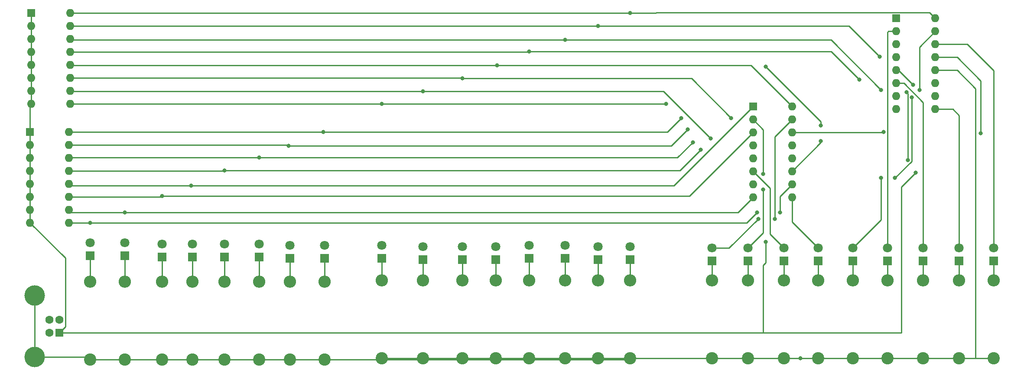
<source format=gbr>
%TF.GenerationSoftware,KiCad,Pcbnew,(5.1.9)-1*%
%TF.CreationDate,2021-06-05T08:41:13+03:00*%
%TF.ProjectId,AdderBreakoutV2,41646465-7242-4726-9561-6b6f75745632,rev?*%
%TF.SameCoordinates,Original*%
%TF.FileFunction,Copper,L1,Top*%
%TF.FilePolarity,Positive*%
%FSLAX46Y46*%
G04 Gerber Fmt 4.6, Leading zero omitted, Abs format (unit mm)*
G04 Created by KiCad (PCBNEW (5.1.9)-1) date 2021-06-05 08:41:13*
%MOMM*%
%LPD*%
G01*
G04 APERTURE LIST*
%TA.AperFunction,ComponentPad*%
%ADD10R,1.800000X1.800000*%
%TD*%
%TA.AperFunction,ComponentPad*%
%ADD11C,1.800000*%
%TD*%
%TA.AperFunction,ComponentPad*%
%ADD12R,1.600000X1.600000*%
%TD*%
%TA.AperFunction,ComponentPad*%
%ADD13C,1.600000*%
%TD*%
%TA.AperFunction,ComponentPad*%
%ADD14C,4.000000*%
%TD*%
%TA.AperFunction,ComponentPad*%
%ADD15C,2.400000*%
%TD*%
%TA.AperFunction,ComponentPad*%
%ADD16O,2.400000X2.400000*%
%TD*%
%TA.AperFunction,ComponentPad*%
%ADD17O,1.600000X1.600000*%
%TD*%
%TA.AperFunction,ViaPad*%
%ADD18C,0.800000*%
%TD*%
%TA.AperFunction,Conductor*%
%ADD19C,0.250000*%
%TD*%
G04 APERTURE END LIST*
D10*
%TO.P,D1,1*%
%TO.N,Net-(D1-Pad1)*%
X54250000Y-168250000D03*
D11*
%TO.P,D1,2*%
%TO.N,A1*%
X54250000Y-165710000D03*
%TD*%
D10*
%TO.P,D2,1*%
%TO.N,Net-(D2-Pad1)*%
X61000000Y-168250000D03*
D11*
%TO.P,D2,2*%
%TO.N,A2*%
X61000000Y-165710000D03*
%TD*%
D10*
%TO.P,D3,1*%
%TO.N,Net-(D3-Pad1)*%
X68250000Y-168500000D03*
D11*
%TO.P,D3,2*%
%TO.N,A3*%
X68250000Y-165960000D03*
%TD*%
D10*
%TO.P,D4,1*%
%TO.N,Net-(D4-Pad1)*%
X74250000Y-168500000D03*
D11*
%TO.P,D4,2*%
%TO.N,A4*%
X74250000Y-165960000D03*
%TD*%
D10*
%TO.P,D5,1*%
%TO.N,Net-(D5-Pad1)*%
X80500000Y-168500000D03*
D11*
%TO.P,D5,2*%
%TO.N,A5*%
X80500000Y-165960000D03*
%TD*%
D10*
%TO.P,D6,1*%
%TO.N,Net-(D6-Pad1)*%
X87250000Y-168500000D03*
D11*
%TO.P,D6,2*%
%TO.N,A6*%
X87250000Y-165960000D03*
%TD*%
D10*
%TO.P,D7,1*%
%TO.N,Net-(D7-Pad1)*%
X93250000Y-168750000D03*
D11*
%TO.P,D7,2*%
%TO.N,A7*%
X93250000Y-166210000D03*
%TD*%
D10*
%TO.P,D8,1*%
%TO.N,Net-(D8-Pad1)*%
X100000000Y-168750000D03*
D11*
%TO.P,D8,2*%
%TO.N,A8*%
X100000000Y-166210000D03*
%TD*%
D10*
%TO.P,D11,1*%
%TO.N,Net-(D11-Pad1)*%
X111250000Y-168750000D03*
D11*
%TO.P,D11,2*%
%TO.N,B1*%
X111250000Y-166210000D03*
%TD*%
D10*
%TO.P,D12,1*%
%TO.N,Net-(D12-Pad1)*%
X119250000Y-169000000D03*
D11*
%TO.P,D12,2*%
%TO.N,B2*%
X119250000Y-166460000D03*
%TD*%
%TO.P,D13,2*%
%TO.N,B3*%
X127000000Y-166460000D03*
D10*
%TO.P,D13,1*%
%TO.N,Net-(D13-Pad1)*%
X127000000Y-169000000D03*
%TD*%
D11*
%TO.P,D14,2*%
%TO.N,B4*%
X133500000Y-166460000D03*
D10*
%TO.P,D14,1*%
%TO.N,Net-(D14-Pad1)*%
X133500000Y-169000000D03*
%TD*%
D11*
%TO.P,D15,2*%
%TO.N,B5*%
X140000000Y-166210000D03*
D10*
%TO.P,D15,1*%
%TO.N,Net-(D15-Pad1)*%
X140000000Y-168750000D03*
%TD*%
%TO.P,D16,1*%
%TO.N,Net-(D16-Pad1)*%
X147000000Y-168750000D03*
D11*
%TO.P,D16,2*%
%TO.N,B6*%
X147000000Y-166210000D03*
%TD*%
D10*
%TO.P,D17,1*%
%TO.N,Net-(D17-Pad1)*%
X153500000Y-169000000D03*
D11*
%TO.P,D17,2*%
%TO.N,B7*%
X153500000Y-166460000D03*
%TD*%
D10*
%TO.P,D18,1*%
%TO.N,Net-(D18-Pad1)*%
X159750000Y-169000000D03*
D11*
%TO.P,D18,2*%
%TO.N,B8*%
X159750000Y-166460000D03*
%TD*%
D10*
%TO.P,D21,1*%
%TO.N,Net-(D21-Pad1)*%
X175750000Y-169250000D03*
D11*
%TO.P,D21,2*%
%TO.N,C1*%
X175750000Y-166710000D03*
%TD*%
D10*
%TO.P,D22,1*%
%TO.N,Net-(D22-Pad1)*%
X182750000Y-169250000D03*
D11*
%TO.P,D22,2*%
%TO.N,C2*%
X182750000Y-166710000D03*
%TD*%
D10*
%TO.P,D23,1*%
%TO.N,Net-(D23-Pad1)*%
X189750000Y-169250000D03*
D11*
%TO.P,D23,2*%
%TO.N,C3*%
X189750000Y-166710000D03*
%TD*%
D10*
%TO.P,D24,1*%
%TO.N,Net-(D24-Pad1)*%
X196500000Y-169250000D03*
D11*
%TO.P,D24,2*%
%TO.N,C4*%
X196500000Y-166710000D03*
%TD*%
D10*
%TO.P,D25,1*%
%TO.N,Net-(D25-Pad1)*%
X203250000Y-169250000D03*
D11*
%TO.P,D25,2*%
%TO.N,C5*%
X203250000Y-166710000D03*
%TD*%
D10*
%TO.P,D26,1*%
%TO.N,Net-(D26-Pad1)*%
X210000000Y-169250000D03*
D11*
%TO.P,D26,2*%
%TO.N,C6*%
X210000000Y-166710000D03*
%TD*%
D10*
%TO.P,D27,1*%
%TO.N,Net-(D27-Pad1)*%
X217000000Y-169250000D03*
D11*
%TO.P,D27,2*%
%TO.N,C7*%
X217000000Y-166710000D03*
%TD*%
D10*
%TO.P,D28,1*%
%TO.N,Net-(D28-Pad1)*%
X224000000Y-169250000D03*
D11*
%TO.P,D28,2*%
%TO.N,C8*%
X224000000Y-166710000D03*
%TD*%
%TO.P,D29,2*%
%TO.N,C9*%
X230750000Y-166710000D03*
D10*
%TO.P,D29,1*%
%TO.N,Net-(D29-Pad1)*%
X230750000Y-169250000D03*
%TD*%
D12*
%TO.P,J1,1*%
%TO.N,+5V*%
X48250000Y-183250000D03*
D13*
%TO.P,J1,2*%
%TO.N,N/C*%
X48250000Y-180750000D03*
%TO.P,J1,3*%
X46250000Y-180750000D03*
%TO.P,J1,4*%
X46250000Y-183250000D03*
D14*
%TO.P,J1,5*%
%TO.N,GND*%
X43390000Y-176000000D03*
X43390000Y-188000000D03*
%TD*%
D15*
%TO.P,R1,1*%
%TO.N,GND*%
X54250000Y-188500000D03*
D16*
%TO.P,R1,2*%
%TO.N,Net-(D1-Pad1)*%
X54250000Y-173260000D03*
%TD*%
D15*
%TO.P,R2,1*%
%TO.N,GND*%
X61000000Y-188500000D03*
D16*
%TO.P,R2,2*%
%TO.N,Net-(D2-Pad1)*%
X61000000Y-173260000D03*
%TD*%
%TO.P,R3,2*%
%TO.N,Net-(D3-Pad1)*%
X68250000Y-173260000D03*
D15*
%TO.P,R3,1*%
%TO.N,GND*%
X68250000Y-188500000D03*
%TD*%
D16*
%TO.P,R4,2*%
%TO.N,Net-(D4-Pad1)*%
X74250000Y-173260000D03*
D15*
%TO.P,R4,1*%
%TO.N,GND*%
X74250000Y-188500000D03*
%TD*%
D16*
%TO.P,R5,2*%
%TO.N,Net-(D5-Pad1)*%
X80500000Y-173260000D03*
D15*
%TO.P,R5,1*%
%TO.N,GND*%
X80500000Y-188500000D03*
%TD*%
D16*
%TO.P,R6,2*%
%TO.N,Net-(D6-Pad1)*%
X87250000Y-173260000D03*
D15*
%TO.P,R6,1*%
%TO.N,GND*%
X87250000Y-188500000D03*
%TD*%
%TO.P,R7,1*%
%TO.N,GND*%
X93250000Y-188500000D03*
D16*
%TO.P,R7,2*%
%TO.N,Net-(D7-Pad1)*%
X93250000Y-173260000D03*
%TD*%
D15*
%TO.P,R8,1*%
%TO.N,GND*%
X100000000Y-188500000D03*
D16*
%TO.P,R8,2*%
%TO.N,Net-(D8-Pad1)*%
X100000000Y-173260000D03*
%TD*%
%TO.P,R11,2*%
%TO.N,Net-(D11-Pad1)*%
X111250000Y-173010000D03*
D15*
%TO.P,R11,1*%
%TO.N,GND*%
X111250000Y-188250000D03*
%TD*%
D16*
%TO.P,R12,2*%
%TO.N,Net-(D12-Pad1)*%
X119250000Y-173010000D03*
D15*
%TO.P,R12,1*%
%TO.N,GND*%
X119250000Y-188250000D03*
%TD*%
%TO.P,R13,1*%
%TO.N,GND*%
X127000000Y-188250000D03*
D16*
%TO.P,R13,2*%
%TO.N,Net-(D13-Pad1)*%
X127000000Y-173010000D03*
%TD*%
D15*
%TO.P,R14,1*%
%TO.N,GND*%
X133500000Y-188250000D03*
D16*
%TO.P,R14,2*%
%TO.N,Net-(D14-Pad1)*%
X133500000Y-173010000D03*
%TD*%
D15*
%TO.P,R15,1*%
%TO.N,GND*%
X140000000Y-188250000D03*
D16*
%TO.P,R15,2*%
%TO.N,Net-(D15-Pad1)*%
X140000000Y-173010000D03*
%TD*%
%TO.P,R16,2*%
%TO.N,Net-(D16-Pad1)*%
X147000000Y-173010000D03*
D15*
%TO.P,R16,1*%
%TO.N,GND*%
X147000000Y-188250000D03*
%TD*%
D16*
%TO.P,R17,2*%
%TO.N,Net-(D17-Pad1)*%
X153500000Y-173010000D03*
D15*
%TO.P,R17,1*%
%TO.N,GND*%
X153500000Y-188250000D03*
%TD*%
D16*
%TO.P,R18,2*%
%TO.N,Net-(D18-Pad1)*%
X159750000Y-173010000D03*
D15*
%TO.P,R18,1*%
%TO.N,GND*%
X159750000Y-188250000D03*
%TD*%
D16*
%TO.P,R21,2*%
%TO.N,Net-(D21-Pad1)*%
X175750000Y-173010000D03*
D15*
%TO.P,R21,1*%
%TO.N,GND*%
X175750000Y-188250000D03*
%TD*%
%TO.P,R22,1*%
%TO.N,GND*%
X182750000Y-188250000D03*
D16*
%TO.P,R22,2*%
%TO.N,Net-(D22-Pad1)*%
X182750000Y-173010000D03*
%TD*%
%TO.P,R23,2*%
%TO.N,Net-(D23-Pad1)*%
X189750000Y-173010000D03*
D15*
%TO.P,R23,1*%
%TO.N,GND*%
X189750000Y-188250000D03*
%TD*%
D16*
%TO.P,R24,2*%
%TO.N,Net-(D24-Pad1)*%
X196500000Y-173010000D03*
D15*
%TO.P,R24,1*%
%TO.N,GND*%
X196500000Y-188250000D03*
%TD*%
%TO.P,R25,1*%
%TO.N,GND*%
X203250000Y-188250000D03*
D16*
%TO.P,R25,2*%
%TO.N,Net-(D25-Pad1)*%
X203250000Y-173010000D03*
%TD*%
D15*
%TO.P,R26,1*%
%TO.N,GND*%
X210000000Y-188250000D03*
D16*
%TO.P,R26,2*%
%TO.N,Net-(D26-Pad1)*%
X210000000Y-173010000D03*
%TD*%
D15*
%TO.P,R27,1*%
%TO.N,GND*%
X217000000Y-188250000D03*
D16*
%TO.P,R27,2*%
%TO.N,Net-(D27-Pad1)*%
X217000000Y-173010000D03*
%TD*%
D15*
%TO.P,R28,1*%
%TO.N,GND*%
X224000000Y-188250000D03*
D16*
%TO.P,R28,2*%
%TO.N,Net-(D28-Pad1)*%
X224000000Y-173010000D03*
%TD*%
D15*
%TO.P,R29,1*%
%TO.N,GND*%
X230750000Y-188250000D03*
D16*
%TO.P,R29,2*%
%TO.N,Net-(D29-Pad1)*%
X230750000Y-173010000D03*
%TD*%
D12*
%TO.P,SW1,1*%
%TO.N,+5V*%
X42500000Y-144000000D03*
D17*
%TO.P,SW1,9*%
%TO.N,A1*%
X50120000Y-161780000D03*
%TO.P,SW1,2*%
%TO.N,+5V*%
X42500000Y-146540000D03*
%TO.P,SW1,10*%
%TO.N,A2*%
X50120000Y-159240000D03*
%TO.P,SW1,3*%
%TO.N,+5V*%
X42500000Y-149080000D03*
%TO.P,SW1,11*%
%TO.N,A3*%
X50120000Y-156700000D03*
%TO.P,SW1,4*%
%TO.N,+5V*%
X42500000Y-151620000D03*
%TO.P,SW1,12*%
%TO.N,A4*%
X50120000Y-154160000D03*
%TO.P,SW1,5*%
%TO.N,+5V*%
X42500000Y-154160000D03*
%TO.P,SW1,13*%
%TO.N,A5*%
X50120000Y-151620000D03*
%TO.P,SW1,6*%
%TO.N,+5V*%
X42500000Y-156700000D03*
%TO.P,SW1,14*%
%TO.N,A6*%
X50120000Y-149080000D03*
%TO.P,SW1,7*%
%TO.N,+5V*%
X42500000Y-159240000D03*
%TO.P,SW1,15*%
%TO.N,A7*%
X50120000Y-146540000D03*
%TO.P,SW1,8*%
%TO.N,+5V*%
X42500000Y-161780000D03*
%TO.P,SW1,16*%
%TO.N,A8*%
X50120000Y-144000000D03*
%TD*%
%TO.P,SW2,16*%
%TO.N,B8*%
X50370000Y-120750000D03*
%TO.P,SW2,8*%
%TO.N,+5V*%
X42750000Y-138530000D03*
%TO.P,SW2,15*%
%TO.N,B7*%
X50370000Y-123290000D03*
%TO.P,SW2,7*%
%TO.N,+5V*%
X42750000Y-135990000D03*
%TO.P,SW2,14*%
%TO.N,B6*%
X50370000Y-125830000D03*
%TO.P,SW2,6*%
%TO.N,+5V*%
X42750000Y-133450000D03*
%TO.P,SW2,13*%
%TO.N,B5*%
X50370000Y-128370000D03*
%TO.P,SW2,5*%
%TO.N,+5V*%
X42750000Y-130910000D03*
%TO.P,SW2,12*%
%TO.N,B4*%
X50370000Y-130910000D03*
%TO.P,SW2,4*%
%TO.N,+5V*%
X42750000Y-128370000D03*
%TO.P,SW2,11*%
%TO.N,B3*%
X50370000Y-133450000D03*
%TO.P,SW2,3*%
%TO.N,+5V*%
X42750000Y-125830000D03*
%TO.P,SW2,10*%
%TO.N,B2*%
X50370000Y-135990000D03*
%TO.P,SW2,2*%
%TO.N,+5V*%
X42750000Y-123290000D03*
%TO.P,SW2,9*%
%TO.N,B1*%
X50370000Y-138530000D03*
D12*
%TO.P,SW2,1*%
%TO.N,+5V*%
X42750000Y-120750000D03*
%TD*%
D17*
%TO.P,U1,16*%
%TO.N,B4*%
X191370000Y-139000000D03*
%TO.P,U1,8*%
%TO.N,A2*%
X183750000Y-156780000D03*
%TO.P,U1,15*%
%TO.N,C1*%
X191370000Y-141540000D03*
%TO.P,U1,7*%
%TO.N,B2*%
X183750000Y-154240000D03*
%TO.P,U1,14*%
%TO.N,Carry*%
X191370000Y-144080000D03*
%TO.P,U1,6*%
%TO.N,C3*%
X183750000Y-151700000D03*
%TO.P,U1,13*%
%TO.N,GND*%
X191370000Y-146620000D03*
%TO.P,U1,5*%
%TO.N,+5V*%
X183750000Y-149160000D03*
%TO.P,U1,12*%
%TO.N,GND*%
X191370000Y-149160000D03*
%TO.P,U1,4*%
%TO.N,B3*%
X183750000Y-146620000D03*
%TO.P,U1,11*%
%TO.N,B1*%
X191370000Y-151700000D03*
%TO.P,U1,3*%
%TO.N,A3*%
X183750000Y-144080000D03*
%TO.P,U1,10*%
%TO.N,A1*%
X191370000Y-154240000D03*
%TO.P,U1,2*%
%TO.N,C2*%
X183750000Y-141540000D03*
%TO.P,U1,9*%
%TO.N,C4*%
X191370000Y-156780000D03*
D12*
%TO.P,U1,1*%
%TO.N,A4*%
X183750000Y-139000000D03*
%TD*%
%TO.P,U2,1*%
%TO.N,A8*%
X211750000Y-121750000D03*
D17*
%TO.P,U2,9*%
%TO.N,C8*%
X219370000Y-139530000D03*
%TO.P,U2,2*%
%TO.N,C6*%
X211750000Y-124290000D03*
%TO.P,U2,10*%
%TO.N,A5*%
X219370000Y-136990000D03*
%TO.P,U2,3*%
%TO.N,A7*%
X211750000Y-126830000D03*
%TO.P,U2,11*%
%TO.N,B5*%
X219370000Y-134450000D03*
%TO.P,U2,4*%
%TO.N,B7*%
X211750000Y-129370000D03*
%TO.P,U2,12*%
%TO.N,GND*%
X219370000Y-131910000D03*
%TO.P,U2,5*%
%TO.N,+5V*%
X211750000Y-131910000D03*
%TO.P,U2,13*%
%TO.N,Carry*%
X219370000Y-129370000D03*
%TO.P,U2,6*%
%TO.N,C7*%
X211750000Y-134450000D03*
%TO.P,U2,14*%
%TO.N,C9*%
X219370000Y-126830000D03*
%TO.P,U2,7*%
%TO.N,B6*%
X211750000Y-136990000D03*
%TO.P,U2,15*%
%TO.N,C5*%
X219370000Y-124290000D03*
%TO.P,U2,8*%
%TO.N,A6*%
X211750000Y-139530000D03*
%TO.P,U2,16*%
%TO.N,B8*%
X219370000Y-121750000D03*
%TD*%
D18*
%TO.N,A1*%
X54250000Y-161750000D03*
X184500000Y-159750000D03*
X189000000Y-159750000D03*
%TO.N,A2*%
X61000000Y-159750000D03*
%TO.N,A3*%
X68250000Y-156500000D03*
%TO.N,A4*%
X74000000Y-154500000D03*
%TO.N,A5*%
X80500000Y-151500000D03*
X173500000Y-147500000D03*
%TO.N,A6*%
X87250000Y-149000000D03*
X172000000Y-146000000D03*
%TO.N,A7*%
X93000000Y-146750000D03*
X171000000Y-143500000D03*
%TO.N,A8*%
X99750000Y-144000000D03*
X169750000Y-141250000D03*
%TO.N,B1*%
X111250000Y-138500000D03*
X197000000Y-145750000D03*
X197000000Y-142750000D03*
X186250000Y-131250000D03*
X166750000Y-138500000D03*
%TO.N,B2*%
X119250000Y-136000000D03*
X175500000Y-145250000D03*
%TO.N,B3*%
X127000000Y-133500000D03*
X179500000Y-141250000D03*
%TO.N,B4*%
X133750000Y-131000000D03*
%TO.N,B5*%
X140000000Y-128250000D03*
X204500000Y-133750000D03*
%TO.N,B6*%
X147000000Y-126000000D03*
X208750000Y-135750000D03*
%TO.N,B7*%
X153500000Y-123250000D03*
X208500000Y-129250000D03*
%TO.N,B8*%
X159750000Y-120750000D03*
%TO.N,C1*%
X184750000Y-161000000D03*
X188000000Y-161000000D03*
%TO.N,C2*%
X185750000Y-155250000D03*
X185750000Y-152250000D03*
%TO.N,C5*%
X216250000Y-135750000D03*
X214750000Y-137250000D03*
X211500000Y-153000000D03*
X208750000Y-153000000D03*
%TO.N,+5V*%
X186250000Y-165500000D03*
X215500000Y-152000000D03*
X213987347Y-149487347D03*
X213750000Y-136250000D03*
X215000000Y-134750000D03*
%TO.N,GND*%
X193000000Y-188250000D03*
%TO.N,Carry*%
X209250000Y-144000000D03*
X228250000Y-144250000D03*
%TD*%
D19*
%TO.N,A1*%
X54220000Y-161780000D02*
X54250000Y-161750000D01*
X50120000Y-161780000D02*
X54220000Y-161780000D01*
X54250000Y-161750000D02*
X164500000Y-161750000D01*
X182500000Y-161750000D02*
X184500000Y-159750000D01*
X164500000Y-161750000D02*
X182500000Y-161750000D01*
X189000000Y-156610000D02*
X191370000Y-154240000D01*
X189000000Y-159750000D02*
X189000000Y-156610000D01*
%TO.N,Net-(D1-Pad1)*%
X54250000Y-173260000D02*
X54250000Y-168250000D01*
%TO.N,A2*%
X50630000Y-159750000D02*
X50120000Y-159240000D01*
X61000000Y-159750000D02*
X50630000Y-159750000D01*
X180780000Y-159750000D02*
X183750000Y-156780000D01*
X61000000Y-159750000D02*
X180780000Y-159750000D01*
%TO.N,Net-(D2-Pad1)*%
X61000000Y-173260000D02*
X61000000Y-168250000D01*
%TO.N,A3*%
X68050000Y-156700000D02*
X68250000Y-156500000D01*
X50120000Y-156700000D02*
X68050000Y-156700000D01*
X68250000Y-156500000D02*
X165000000Y-156500000D01*
X165000000Y-156500000D02*
X165250000Y-156500000D01*
X171330000Y-156500000D02*
X183750000Y-144080000D01*
X165000000Y-156500000D02*
X171330000Y-156500000D01*
%TO.N,Net-(D3-Pad1)*%
X68250000Y-173260000D02*
X68250000Y-168500000D01*
%TO.N,A4*%
X50460000Y-154500000D02*
X50120000Y-154160000D01*
X74000000Y-154500000D02*
X50460000Y-154500000D01*
X168250000Y-154500000D02*
X183750000Y-139000000D01*
X74000000Y-154500000D02*
X168250000Y-154500000D01*
%TO.N,Net-(D4-Pad1)*%
X74250000Y-173260000D02*
X74250000Y-168500000D01*
%TO.N,A5*%
X80380000Y-151620000D02*
X80500000Y-151500000D01*
X50120000Y-151620000D02*
X80380000Y-151620000D01*
X80500000Y-151500000D02*
X164750000Y-151500000D01*
X169500000Y-151500000D02*
X173500000Y-147500000D01*
X164750000Y-151500000D02*
X169500000Y-151500000D01*
%TO.N,Net-(D5-Pad1)*%
X80500000Y-173260000D02*
X80500000Y-168500000D01*
%TO.N,A6*%
X50200000Y-149000000D02*
X50120000Y-149080000D01*
X87250000Y-149000000D02*
X50200000Y-149000000D01*
X87250000Y-149000000D02*
X164500000Y-149000000D01*
X169000000Y-149000000D02*
X164500000Y-149000000D01*
X172000000Y-146000000D02*
X169000000Y-149000000D01*
%TO.N,Net-(D6-Pad1)*%
X87250000Y-173260000D02*
X87250000Y-168500000D01*
%TO.N,A7*%
X50120000Y-146540000D02*
X92960000Y-146540000D01*
X93000000Y-146580000D02*
X93000000Y-146750000D01*
X92960000Y-146540000D02*
X93000000Y-146580000D01*
X93000000Y-146750000D02*
X164500000Y-146750000D01*
X167750000Y-146750000D02*
X171000000Y-143500000D01*
X164500000Y-146750000D02*
X167750000Y-146750000D01*
%TO.N,Net-(D7-Pad1)*%
X93250000Y-173260000D02*
X93250000Y-168750000D01*
%TO.N,A8*%
X99750000Y-144000000D02*
X50120000Y-144000000D01*
X99750000Y-144000000D02*
X164250000Y-144000000D01*
X167000000Y-144000000D02*
X169750000Y-141250000D01*
X164250000Y-144000000D02*
X167000000Y-144000000D01*
%TO.N,Net-(D8-Pad1)*%
X100000000Y-173260000D02*
X100000000Y-168750000D01*
%TO.N,Net-(D11-Pad1)*%
X111250000Y-173010000D02*
X111250000Y-168750000D01*
%TO.N,B1*%
X111220000Y-138530000D02*
X111250000Y-138500000D01*
X50370000Y-138530000D02*
X111220000Y-138530000D01*
X197000000Y-146070000D02*
X197000000Y-145750000D01*
X191370000Y-151700000D02*
X197000000Y-146070000D01*
X197000000Y-142000000D02*
X186250000Y-131250000D01*
X197000000Y-142750000D02*
X197000000Y-142000000D01*
X166750000Y-138500000D02*
X164750000Y-138500000D01*
X164750000Y-138500000D02*
X164000000Y-138500000D01*
X164000000Y-138500000D02*
X164500000Y-138500000D01*
X111250000Y-138500000D02*
X164000000Y-138500000D01*
%TO.N,Net-(D12-Pad1)*%
X119250000Y-173010000D02*
X119250000Y-169000000D01*
%TO.N,B2*%
X50380000Y-136000000D02*
X50370000Y-135990000D01*
X119250000Y-136000000D02*
X50380000Y-136000000D01*
X119250000Y-136000000D02*
X164500000Y-136000000D01*
X166250000Y-136000000D02*
X175500000Y-145250000D01*
X164500000Y-136000000D02*
X166250000Y-136000000D01*
%TO.N,B3*%
X126950000Y-133450000D02*
X127000000Y-133500000D01*
X50370000Y-133450000D02*
X126950000Y-133450000D01*
X127000000Y-133500000D02*
X164500000Y-133500000D01*
X171750000Y-133500000D02*
X179500000Y-141250000D01*
X164500000Y-133500000D02*
X171750000Y-133500000D01*
%TO.N,Net-(D13-Pad1)*%
X127000000Y-173010000D02*
X127000000Y-169000000D01*
%TO.N,B4*%
X50460000Y-131000000D02*
X50370000Y-130910000D01*
X133750000Y-131000000D02*
X50460000Y-131000000D01*
X183370000Y-131000000D02*
X164500000Y-131000000D01*
X191370000Y-139000000D02*
X183370000Y-131000000D01*
X164500000Y-131000000D02*
X164750000Y-131000000D01*
X133750000Y-131000000D02*
X164500000Y-131000000D01*
%TO.N,Net-(D14-Pad1)*%
X133500000Y-173010000D02*
X133500000Y-169000000D01*
%TO.N,B5*%
X139880000Y-128370000D02*
X140000000Y-128250000D01*
X50370000Y-128370000D02*
X139880000Y-128370000D01*
X140000000Y-128250000D02*
X164750000Y-128250000D01*
X199000000Y-128250000D02*
X204500000Y-133750000D01*
X164750000Y-128250000D02*
X199000000Y-128250000D01*
%TO.N,Net-(D15-Pad1)*%
X140000000Y-168750000D02*
X140000000Y-173010000D01*
%TO.N,Net-(D16-Pad1)*%
X147000000Y-168750000D02*
X147000000Y-173010000D01*
%TO.N,B6*%
X50540000Y-126000000D02*
X50370000Y-125830000D01*
X147000000Y-126000000D02*
X50540000Y-126000000D01*
X147000000Y-126000000D02*
X164750000Y-126000000D01*
X199000000Y-126000000D02*
X208750000Y-135750000D01*
X164750000Y-126000000D02*
X199000000Y-126000000D01*
%TO.N,Net-(D17-Pad1)*%
X153500000Y-169000000D02*
X153500000Y-173010000D01*
%TO.N,B7*%
X153460000Y-123290000D02*
X153500000Y-123250000D01*
X50370000Y-123290000D02*
X153460000Y-123290000D01*
X153500000Y-123250000D02*
X164750000Y-123250000D01*
X202500000Y-123250000D02*
X208500000Y-129250000D01*
X164750000Y-123250000D02*
X202500000Y-123250000D01*
X211870000Y-129250000D02*
X211750000Y-129370000D01*
%TO.N,Net-(D18-Pad1)*%
X159750000Y-169000000D02*
X159750000Y-173010000D01*
%TO.N,B8*%
X159750000Y-120750000D02*
X50370000Y-120750000D01*
X159750000Y-120750000D02*
X164750000Y-120750000D01*
X218244999Y-120624999D02*
X219370000Y-121750000D01*
X164875001Y-120624999D02*
X218244999Y-120624999D01*
X164750000Y-120750000D02*
X164875001Y-120624999D01*
%TO.N,Net-(D21-Pad1)*%
X175750000Y-173010000D02*
X175750000Y-169250000D01*
%TO.N,C1*%
X179040000Y-166710000D02*
X184750000Y-161000000D01*
X175750000Y-166710000D02*
X179040000Y-166710000D01*
X188000000Y-144910000D02*
X191370000Y-141540000D01*
X188000000Y-161000000D02*
X188000000Y-144910000D01*
%TO.N,Net-(D22-Pad1)*%
X182750000Y-173010000D02*
X182750000Y-169250000D01*
%TO.N,C2*%
X185750000Y-163710000D02*
X185750000Y-155250000D01*
X182750000Y-166710000D02*
X185750000Y-163710000D01*
X185750000Y-143540000D02*
X183750000Y-141540000D01*
X185750000Y-152250000D02*
X185750000Y-143540000D01*
%TO.N,Net-(D23-Pad1)*%
X189750000Y-173010000D02*
X189750000Y-169250000D01*
%TO.N,C3*%
X183750000Y-151700000D02*
X187050000Y-155000000D01*
X187050000Y-164010000D02*
X189750000Y-166710000D01*
X187050000Y-155000000D02*
X187050000Y-164010000D01*
%TO.N,Net-(D24-Pad1)*%
X196500000Y-173010000D02*
X196500000Y-169250000D01*
%TO.N,C4*%
X191370000Y-161580000D02*
X196500000Y-166710000D01*
X191370000Y-156780000D02*
X191370000Y-161580000D01*
%TO.N,Net-(D25-Pad1)*%
X203250000Y-173010000D02*
X203250000Y-169250000D01*
%TO.N,C5*%
X216250000Y-127410000D02*
X216250000Y-135750000D01*
X219370000Y-124290000D02*
X216250000Y-127410000D01*
X214750000Y-149750000D02*
X211500000Y-153000000D01*
X214750000Y-137250000D02*
X214750000Y-149750000D01*
X208750000Y-161210000D02*
X203250000Y-166710000D01*
X208750000Y-153000000D02*
X208750000Y-161210000D01*
%TO.N,Net-(D26-Pad1)*%
X210000000Y-173010000D02*
X210000000Y-169250000D01*
%TO.N,C6*%
X211750000Y-124290000D02*
X210210000Y-124290000D01*
X210000000Y-124500000D02*
X210000000Y-166710000D01*
X210210000Y-124290000D02*
X210000000Y-124500000D01*
%TO.N,Net-(D27-Pad1)*%
X217000000Y-173010000D02*
X217000000Y-169250000D01*
%TO.N,C7*%
X211750000Y-134450000D02*
X213200000Y-134450000D01*
X217000000Y-138250000D02*
X217000000Y-166710000D01*
X213200000Y-134450000D02*
X217000000Y-138250000D01*
%TO.N,Net-(D28-Pad1)*%
X224000000Y-173010000D02*
X224000000Y-169250000D01*
%TO.N,C8*%
X219370000Y-139530000D02*
X222780000Y-139530000D01*
X224000000Y-140750000D02*
X224000000Y-166710000D01*
X222780000Y-139530000D02*
X224000000Y-140750000D01*
%TO.N,C9*%
X219370000Y-126830000D02*
X225580000Y-126830000D01*
X230750000Y-132000000D02*
X230750000Y-166710000D01*
X225580000Y-126830000D02*
X230750000Y-132000000D01*
%TO.N,Net-(D29-Pad1)*%
X230750000Y-173010000D02*
X230750000Y-169250000D01*
%TO.N,+5V*%
X49375001Y-168655001D02*
X42500000Y-161780000D01*
X49375001Y-182124999D02*
X49375001Y-168655001D01*
X48250000Y-183250000D02*
X49375001Y-182124999D01*
X42500000Y-161780000D02*
X42500000Y-144000000D01*
X42500000Y-138780000D02*
X42750000Y-138530000D01*
X42500000Y-144000000D02*
X42500000Y-138780000D01*
X42750000Y-138530000D02*
X42750000Y-120750000D01*
X48250000Y-183250000D02*
X185750000Y-183250000D01*
X186250000Y-169573000D02*
X186250000Y-165500000D01*
X185750000Y-170073000D02*
X186250000Y-169573000D01*
X185750000Y-183250000D02*
X185750000Y-170073000D01*
X185750000Y-183250000D02*
X212750000Y-183250000D01*
X212750000Y-154750000D02*
X215500000Y-152000000D01*
X212750000Y-183250000D02*
X212750000Y-154750000D01*
X213987347Y-136487347D02*
X213750000Y-136250000D01*
X213987347Y-149487347D02*
X213987347Y-136487347D01*
X212160000Y-131910000D02*
X211750000Y-131910000D01*
X215000000Y-134750000D02*
X212160000Y-131910000D01*
%TO.N,GND*%
X54250000Y-188500000D02*
X159500000Y-188500000D01*
X100000000Y-188500000D02*
X100000000Y-188250000D01*
X159500000Y-188500000D02*
X159750000Y-188250000D01*
X111250000Y-188250000D02*
X119250000Y-188250000D01*
X119250000Y-188250000D02*
X127000000Y-188250000D01*
X127000000Y-188250000D02*
X133500000Y-188250000D01*
X133500000Y-188250000D02*
X140000000Y-188250000D01*
X140000000Y-188250000D02*
X147000000Y-188250000D01*
X147000000Y-188250000D02*
X153500000Y-188250000D01*
X153500000Y-188250000D02*
X159750000Y-188250000D01*
X159750000Y-188250000D02*
X193000000Y-188250000D01*
X219370000Y-131910000D02*
X223660000Y-131910000D01*
X227250000Y-135500000D02*
X227250000Y-188250000D01*
X223660000Y-131910000D02*
X227250000Y-135500000D01*
X227250000Y-188250000D02*
X230750000Y-188250000D01*
X193000000Y-188250000D02*
X227250000Y-188250000D01*
X53750000Y-188000000D02*
X54250000Y-188500000D01*
X43390000Y-188000000D02*
X53750000Y-188000000D01*
X43390000Y-176000000D02*
X43390000Y-188000000D01*
%TO.N,Carry*%
X209170000Y-144080000D02*
X209250000Y-144000000D01*
X191370000Y-144080000D02*
X209170000Y-144080000D01*
X223620000Y-129370000D02*
X219370000Y-129370000D01*
X228250000Y-134000000D02*
X223620000Y-129370000D01*
X228250000Y-144250000D02*
X228250000Y-134000000D01*
%TD*%
M02*

</source>
